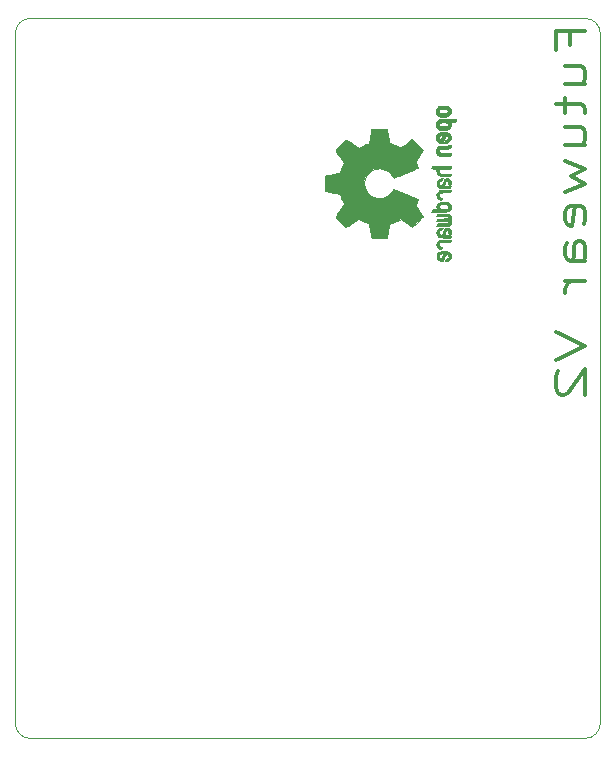
<source format=gbo>
G04 #@! TF.FileFunction,Legend,Bot*
%FSLAX46Y46*%
G04 Gerber Fmt 4.6, Leading zero omitted, Abs format (unit mm)*
G04 Created by KiCad (PCBNEW 4.0.6) date 08/10/17 19:56:54*
%MOMM*%
%LPD*%
G01*
G04 APERTURE LIST*
%ADD10C,0.100000*%
%ADD11C,0.375000*%
%ADD12C,0.010000*%
%ADD13R,1.802000X1.802000*%
%ADD14O,1.802000X1.802000*%
%ADD15R,1.302000X1.802000*%
%ADD16O,1.302000X1.802000*%
%ADD17C,1.552000*%
G04 APERTURE END LIST*
D10*
X118110000Y-59690000D02*
G75*
G03X116840000Y-60960000I0J-1270000D01*
G01*
X116840000Y-119380000D02*
G75*
G03X118110000Y-120650000I1270000J0D01*
G01*
X165100000Y-120650000D02*
G75*
G03X166370000Y-119380000I0J1270000D01*
G01*
X166370000Y-60960000D02*
G75*
G03X165100000Y-59690000I-1270000J0D01*
G01*
X165100000Y-120650000D02*
X118110000Y-120650000D01*
X166370000Y-60960000D02*
X166370000Y-119380000D01*
X118110000Y-59690000D02*
X165100000Y-59690000D01*
X116840000Y-60960000D02*
X116840000Y-119380000D01*
D11*
X163778429Y-61906333D02*
X163778429Y-60739666D01*
X165087952Y-60739666D02*
X162587952Y-60739666D01*
X162587952Y-62406333D01*
X163421286Y-65239666D02*
X165087952Y-65239666D01*
X163421286Y-63739666D02*
X164730810Y-63739666D01*
X164968905Y-63906333D01*
X165087952Y-64239666D01*
X165087952Y-64739666D01*
X164968905Y-65073000D01*
X164849857Y-65239666D01*
X163421286Y-66406333D02*
X163421286Y-67739667D01*
X162587952Y-66906333D02*
X164730810Y-66906333D01*
X164968905Y-67073000D01*
X165087952Y-67406333D01*
X165087952Y-67739667D01*
X163421286Y-70406333D02*
X165087952Y-70406333D01*
X163421286Y-68906333D02*
X164730810Y-68906333D01*
X164968905Y-69073000D01*
X165087952Y-69406333D01*
X165087952Y-69906333D01*
X164968905Y-70239667D01*
X164849857Y-70406333D01*
X163421286Y-71739667D02*
X165087952Y-72406334D01*
X163897476Y-73073000D01*
X165087952Y-73739667D01*
X163421286Y-74406334D01*
X164968905Y-77073001D02*
X165087952Y-76739667D01*
X165087952Y-76073001D01*
X164968905Y-75739667D01*
X164730810Y-75573001D01*
X163778429Y-75573001D01*
X163540333Y-75739667D01*
X163421286Y-76073001D01*
X163421286Y-76739667D01*
X163540333Y-77073001D01*
X163778429Y-77239667D01*
X164016524Y-77239667D01*
X164254619Y-75573001D01*
X165087952Y-80239667D02*
X163778429Y-80239667D01*
X163540333Y-80073001D01*
X163421286Y-79739667D01*
X163421286Y-79073001D01*
X163540333Y-78739667D01*
X164968905Y-80239667D02*
X165087952Y-79906334D01*
X165087952Y-79073001D01*
X164968905Y-78739667D01*
X164730810Y-78573001D01*
X164492714Y-78573001D01*
X164254619Y-78739667D01*
X164135571Y-79073001D01*
X164135571Y-79906334D01*
X164016524Y-80239667D01*
X165087952Y-81906334D02*
X163421286Y-81906334D01*
X163897476Y-81906334D02*
X163659381Y-82073001D01*
X163540333Y-82239668D01*
X163421286Y-82573001D01*
X163421286Y-82906334D01*
X162587952Y-86239668D02*
X165087952Y-87406335D01*
X162587952Y-88573002D01*
X162826048Y-89573002D02*
X162707000Y-89739668D01*
X162587952Y-90073002D01*
X162587952Y-90906335D01*
X162707000Y-91239668D01*
X162826048Y-91406335D01*
X163064143Y-91573002D01*
X163302238Y-91573002D01*
X163659381Y-91406335D01*
X165087952Y-89406335D01*
X165087952Y-91573002D01*
D12*
G36*
X152451903Y-68831900D02*
X152507522Y-68943450D01*
X152609931Y-69041908D01*
X152647864Y-69069023D01*
X152697500Y-69098562D01*
X152751412Y-69117728D01*
X152823364Y-69128693D01*
X152927122Y-69133629D01*
X153064101Y-69134713D01*
X153251815Y-69129818D01*
X153392758Y-69112804D01*
X153497908Y-69080177D01*
X153578243Y-69028442D01*
X153644741Y-68954104D01*
X153648678Y-68948642D01*
X153688953Y-68875380D01*
X153708880Y-68787160D01*
X153713793Y-68674962D01*
X153713793Y-68492567D01*
X153890857Y-68492491D01*
X153989470Y-68490793D01*
X154047314Y-68480450D01*
X154082006Y-68453422D01*
X154111164Y-68401668D01*
X154117121Y-68389239D01*
X154145039Y-68331077D01*
X154162672Y-68286044D01*
X154164194Y-68252559D01*
X154143781Y-68229038D01*
X154095607Y-68213900D01*
X154013846Y-68205563D01*
X153892672Y-68202444D01*
X153726260Y-68202960D01*
X153508785Y-68205529D01*
X153443736Y-68206332D01*
X153219502Y-68209222D01*
X153072821Y-68211812D01*
X153072821Y-68492414D01*
X153197326Y-68493991D01*
X153278787Y-68501000D01*
X153332515Y-68516858D01*
X153373823Y-68544981D01*
X153393971Y-68564075D01*
X153452921Y-68642135D01*
X153457720Y-68711247D01*
X153409038Y-68782560D01*
X153407241Y-68784368D01*
X153369618Y-68813383D01*
X153318484Y-68831033D01*
X153239738Y-68839936D01*
X153119276Y-68842709D01*
X153092588Y-68842759D01*
X152926583Y-68836058D01*
X152811505Y-68814248D01*
X152741254Y-68774765D01*
X152709729Y-68715044D01*
X152706552Y-68680528D01*
X152721460Y-68598611D01*
X152770548Y-68542421D01*
X152860362Y-68508598D01*
X152997445Y-68493780D01*
X153072821Y-68492414D01*
X153072821Y-68211812D01*
X153045952Y-68212287D01*
X152915382Y-68216247D01*
X152820087Y-68221826D01*
X152752364Y-68229746D01*
X152704507Y-68240731D01*
X152668813Y-68255501D01*
X152637578Y-68274782D01*
X152625824Y-68283049D01*
X152514797Y-68392712D01*
X152451847Y-68531365D01*
X152434297Y-68691754D01*
X152451903Y-68831900D01*
X152451903Y-68831900D01*
G37*
X152451903Y-68831900D02*
X152507522Y-68943450D01*
X152609931Y-69041908D01*
X152647864Y-69069023D01*
X152697500Y-69098562D01*
X152751412Y-69117728D01*
X152823364Y-69128693D01*
X152927122Y-69133629D01*
X153064101Y-69134713D01*
X153251815Y-69129818D01*
X153392758Y-69112804D01*
X153497908Y-69080177D01*
X153578243Y-69028442D01*
X153644741Y-68954104D01*
X153648678Y-68948642D01*
X153688953Y-68875380D01*
X153708880Y-68787160D01*
X153713793Y-68674962D01*
X153713793Y-68492567D01*
X153890857Y-68492491D01*
X153989470Y-68490793D01*
X154047314Y-68480450D01*
X154082006Y-68453422D01*
X154111164Y-68401668D01*
X154117121Y-68389239D01*
X154145039Y-68331077D01*
X154162672Y-68286044D01*
X154164194Y-68252559D01*
X154143781Y-68229038D01*
X154095607Y-68213900D01*
X154013846Y-68205563D01*
X153892672Y-68202444D01*
X153726260Y-68202960D01*
X153508785Y-68205529D01*
X153443736Y-68206332D01*
X153219502Y-68209222D01*
X153072821Y-68211812D01*
X153072821Y-68492414D01*
X153197326Y-68493991D01*
X153278787Y-68501000D01*
X153332515Y-68516858D01*
X153373823Y-68544981D01*
X153393971Y-68564075D01*
X153452921Y-68642135D01*
X153457720Y-68711247D01*
X153409038Y-68782560D01*
X153407241Y-68784368D01*
X153369618Y-68813383D01*
X153318484Y-68831033D01*
X153239738Y-68839936D01*
X153119276Y-68842709D01*
X153092588Y-68842759D01*
X152926583Y-68836058D01*
X152811505Y-68814248D01*
X152741254Y-68774765D01*
X152709729Y-68715044D01*
X152706552Y-68680528D01*
X152721460Y-68598611D01*
X152770548Y-68542421D01*
X152860362Y-68508598D01*
X152997445Y-68493780D01*
X153072821Y-68492414D01*
X153072821Y-68211812D01*
X153045952Y-68212287D01*
X152915382Y-68216247D01*
X152820087Y-68221826D01*
X152752364Y-68229746D01*
X152704507Y-68240731D01*
X152668813Y-68255501D01*
X152637578Y-68274782D01*
X152625824Y-68283049D01*
X152514797Y-68392712D01*
X152451847Y-68531365D01*
X152434297Y-68691754D01*
X152451903Y-68831900D01*
G36*
X152467719Y-71077429D02*
X152521914Y-71171123D01*
X152575707Y-71236264D01*
X152632066Y-71283907D01*
X152700987Y-71316728D01*
X152792468Y-71337406D01*
X152916506Y-71348620D01*
X153083098Y-71353049D01*
X153202851Y-71353563D01*
X153643659Y-71353563D01*
X153699283Y-71229483D01*
X153754907Y-71105402D01*
X153272095Y-71090805D01*
X153091779Y-71084773D01*
X152960901Y-71078445D01*
X152870511Y-71070606D01*
X152811664Y-71060037D01*
X152775413Y-71045523D01*
X152752810Y-71025848D01*
X152747917Y-71019535D01*
X152709706Y-70923888D01*
X152724827Y-70827207D01*
X152764943Y-70769655D01*
X152793370Y-70746245D01*
X152830672Y-70730039D01*
X152887223Y-70719741D01*
X152973394Y-70714049D01*
X153099558Y-70711664D01*
X153231042Y-70711264D01*
X153395999Y-70711186D01*
X153512761Y-70708361D01*
X153591510Y-70698907D01*
X153642431Y-70678940D01*
X153675706Y-70644576D01*
X153701520Y-70591932D01*
X153728344Y-70521617D01*
X153757542Y-70444820D01*
X153239346Y-70453962D01*
X153052539Y-70457643D01*
X152914490Y-70461950D01*
X152815568Y-70468123D01*
X152746145Y-70477402D01*
X152696590Y-70491027D01*
X152657273Y-70510239D01*
X152622584Y-70533402D01*
X152511770Y-70645152D01*
X152447689Y-70781513D01*
X152432339Y-70929825D01*
X152467719Y-71077429D01*
X152467719Y-71077429D01*
G37*
X152467719Y-71077429D02*
X152521914Y-71171123D01*
X152575707Y-71236264D01*
X152632066Y-71283907D01*
X152700987Y-71316728D01*
X152792468Y-71337406D01*
X152916506Y-71348620D01*
X153083098Y-71353049D01*
X153202851Y-71353563D01*
X153643659Y-71353563D01*
X153699283Y-71229483D01*
X153754907Y-71105402D01*
X153272095Y-71090805D01*
X153091779Y-71084773D01*
X152960901Y-71078445D01*
X152870511Y-71070606D01*
X152811664Y-71060037D01*
X152775413Y-71045523D01*
X152752810Y-71025848D01*
X152747917Y-71019535D01*
X152709706Y-70923888D01*
X152724827Y-70827207D01*
X152764943Y-70769655D01*
X152793370Y-70746245D01*
X152830672Y-70730039D01*
X152887223Y-70719741D01*
X152973394Y-70714049D01*
X153099558Y-70711664D01*
X153231042Y-70711264D01*
X153395999Y-70711186D01*
X153512761Y-70708361D01*
X153591510Y-70698907D01*
X153642431Y-70678940D01*
X153675706Y-70644576D01*
X153701520Y-70591932D01*
X153728344Y-70521617D01*
X153757542Y-70444820D01*
X153239346Y-70453962D01*
X153052539Y-70457643D01*
X152914490Y-70461950D01*
X152815568Y-70468123D01*
X152746145Y-70477402D01*
X152696590Y-70491027D01*
X152657273Y-70510239D01*
X152622584Y-70533402D01*
X152511770Y-70645152D01*
X152447689Y-70781513D01*
X152432339Y-70929825D01*
X152467719Y-71077429D01*
G36*
X152456015Y-67708221D02*
X152527968Y-67845061D01*
X152643766Y-67946051D01*
X152718213Y-67981925D01*
X152829992Y-68009839D01*
X152971227Y-68024129D01*
X153125371Y-68025484D01*
X153275879Y-68014595D01*
X153406205Y-67992153D01*
X153499803Y-67958850D01*
X153515922Y-67948615D01*
X153636249Y-67827382D01*
X153708317Y-67683387D01*
X153729408Y-67527139D01*
X153696802Y-67369148D01*
X153677253Y-67325180D01*
X153617012Y-67239556D01*
X153537135Y-67164408D01*
X153527004Y-67157306D01*
X153478181Y-67128439D01*
X153425990Y-67109357D01*
X153357285Y-67098084D01*
X153258918Y-67092645D01*
X153117744Y-67091062D01*
X153086092Y-67091035D01*
X153076019Y-67091107D01*
X153076019Y-67382989D01*
X153209256Y-67384687D01*
X153297674Y-67391372D01*
X153354785Y-67405425D01*
X153394102Y-67429229D01*
X153407241Y-67441379D01*
X153457172Y-67511236D01*
X153454895Y-67579059D01*
X153411584Y-67647635D01*
X153365346Y-67688535D01*
X153297857Y-67712758D01*
X153191433Y-67726361D01*
X153179020Y-67727294D01*
X152986147Y-67729616D01*
X152842900Y-67705350D01*
X152750160Y-67654824D01*
X152708807Y-67578368D01*
X152706552Y-67551076D01*
X152717893Y-67479411D01*
X152757184Y-67430390D01*
X152832326Y-67400418D01*
X152951222Y-67385899D01*
X153076019Y-67382989D01*
X153076019Y-67091107D01*
X152935659Y-67092122D01*
X152830549Y-67096688D01*
X152757714Y-67106688D01*
X152704108Y-67124079D01*
X152656681Y-67150816D01*
X152647864Y-67156724D01*
X152529007Y-67256032D01*
X152460008Y-67364242D01*
X152432619Y-67495981D01*
X152431281Y-67540717D01*
X152456015Y-67708221D01*
X152456015Y-67708221D01*
G37*
X152456015Y-67708221D02*
X152527968Y-67845061D01*
X152643766Y-67946051D01*
X152718213Y-67981925D01*
X152829992Y-68009839D01*
X152971227Y-68024129D01*
X153125371Y-68025484D01*
X153275879Y-68014595D01*
X153406205Y-67992153D01*
X153499803Y-67958850D01*
X153515922Y-67948615D01*
X153636249Y-67827382D01*
X153708317Y-67683387D01*
X153729408Y-67527139D01*
X153696802Y-67369148D01*
X153677253Y-67325180D01*
X153617012Y-67239556D01*
X153537135Y-67164408D01*
X153527004Y-67157306D01*
X153478181Y-67128439D01*
X153425990Y-67109357D01*
X153357285Y-67098084D01*
X153258918Y-67092645D01*
X153117744Y-67091062D01*
X153086092Y-67091035D01*
X153076019Y-67091107D01*
X153076019Y-67382989D01*
X153209256Y-67384687D01*
X153297674Y-67391372D01*
X153354785Y-67405425D01*
X153394102Y-67429229D01*
X153407241Y-67441379D01*
X153457172Y-67511236D01*
X153454895Y-67579059D01*
X153411584Y-67647635D01*
X153365346Y-67688535D01*
X153297857Y-67712758D01*
X153191433Y-67726361D01*
X153179020Y-67727294D01*
X152986147Y-67729616D01*
X152842900Y-67705350D01*
X152750160Y-67654824D01*
X152708807Y-67578368D01*
X152706552Y-67551076D01*
X152717893Y-67479411D01*
X152757184Y-67430390D01*
X152832326Y-67400418D01*
X152951222Y-67385899D01*
X153076019Y-67382989D01*
X153076019Y-67091107D01*
X152935659Y-67092122D01*
X152830549Y-67096688D01*
X152757714Y-67106688D01*
X152704108Y-67124079D01*
X152656681Y-67150816D01*
X152647864Y-67156724D01*
X152529007Y-67256032D01*
X152460008Y-67364242D01*
X152432619Y-67495981D01*
X152431281Y-67540717D01*
X152456015Y-67708221D01*
G36*
X152474676Y-69975552D02*
X152552111Y-70090658D01*
X152663949Y-70179611D01*
X152806265Y-70232749D01*
X152911015Y-70243497D01*
X152954726Y-70242276D01*
X152988194Y-70232056D01*
X153018179Y-70203961D01*
X153051440Y-70149116D01*
X153094738Y-70058645D01*
X153154833Y-69923672D01*
X153155134Y-69922989D01*
X153212037Y-69798751D01*
X153262565Y-69696873D01*
X153301280Y-69627767D01*
X153322740Y-69601846D01*
X153322913Y-69601839D01*
X153369644Y-69624685D01*
X153421154Y-69678109D01*
X153458261Y-69739442D01*
X153465632Y-69770515D01*
X153440138Y-69855289D01*
X153376291Y-69928293D01*
X153306094Y-69963913D01*
X153254343Y-69998180D01*
X153195409Y-70065303D01*
X153144496Y-70144208D01*
X153116809Y-70213821D01*
X153115287Y-70228377D01*
X153140321Y-70244763D01*
X153204311Y-70245750D01*
X153290593Y-70233708D01*
X153382501Y-70211007D01*
X153463369Y-70180014D01*
X153466509Y-70178448D01*
X153596734Y-70085181D01*
X153685311Y-69964304D01*
X153728786Y-69827027D01*
X153723706Y-69684560D01*
X153666616Y-69548112D01*
X153662602Y-69542045D01*
X153565326Y-69434710D01*
X153438409Y-69364132D01*
X153271526Y-69325074D01*
X153224639Y-69319832D01*
X153003329Y-69310548D01*
X152900124Y-69321678D01*
X152900124Y-69601839D01*
X152964503Y-69605479D01*
X152983291Y-69625389D01*
X152969235Y-69675026D01*
X152936009Y-69753267D01*
X152894359Y-69840726D01*
X152893256Y-69842899D01*
X152854265Y-69917030D01*
X152828244Y-69946781D01*
X152800965Y-69939445D01*
X152765121Y-69908553D01*
X152713251Y-69829960D01*
X152709439Y-69745323D01*
X152747189Y-69669403D01*
X152820001Y-69616965D01*
X152900124Y-69601839D01*
X152900124Y-69321678D01*
X152826261Y-69329644D01*
X152685829Y-69378634D01*
X152587447Y-69446836D01*
X152488030Y-69569935D01*
X152438711Y-69705528D01*
X152435568Y-69843955D01*
X152474676Y-69975552D01*
X152474676Y-69975552D01*
G37*
X152474676Y-69975552D02*
X152552111Y-70090658D01*
X152663949Y-70179611D01*
X152806265Y-70232749D01*
X152911015Y-70243497D01*
X152954726Y-70242276D01*
X152988194Y-70232056D01*
X153018179Y-70203961D01*
X153051440Y-70149116D01*
X153094738Y-70058645D01*
X153154833Y-69923672D01*
X153155134Y-69922989D01*
X153212037Y-69798751D01*
X153262565Y-69696873D01*
X153301280Y-69627767D01*
X153322740Y-69601846D01*
X153322913Y-69601839D01*
X153369644Y-69624685D01*
X153421154Y-69678109D01*
X153458261Y-69739442D01*
X153465632Y-69770515D01*
X153440138Y-69855289D01*
X153376291Y-69928293D01*
X153306094Y-69963913D01*
X153254343Y-69998180D01*
X153195409Y-70065303D01*
X153144496Y-70144208D01*
X153116809Y-70213821D01*
X153115287Y-70228377D01*
X153140321Y-70244763D01*
X153204311Y-70245750D01*
X153290593Y-70233708D01*
X153382501Y-70211007D01*
X153463369Y-70180014D01*
X153466509Y-70178448D01*
X153596734Y-70085181D01*
X153685311Y-69964304D01*
X153728786Y-69827027D01*
X153723706Y-69684560D01*
X153666616Y-69548112D01*
X153662602Y-69542045D01*
X153565326Y-69434710D01*
X153438409Y-69364132D01*
X153271526Y-69325074D01*
X153224639Y-69319832D01*
X153003329Y-69310548D01*
X152900124Y-69321678D01*
X152900124Y-69601839D01*
X152964503Y-69605479D01*
X152983291Y-69625389D01*
X152969235Y-69675026D01*
X152936009Y-69753267D01*
X152894359Y-69840726D01*
X152893256Y-69842899D01*
X152854265Y-69917030D01*
X152828244Y-69946781D01*
X152800965Y-69939445D01*
X152765121Y-69908553D01*
X152713251Y-69829960D01*
X152709439Y-69745323D01*
X152747189Y-69669403D01*
X152820001Y-69616965D01*
X152900124Y-69601839D01*
X152900124Y-69321678D01*
X152826261Y-69329644D01*
X152685829Y-69378634D01*
X152587447Y-69446836D01*
X152488030Y-69569935D01*
X152438711Y-69705528D01*
X152435568Y-69843955D01*
X152474676Y-69975552D01*
G36*
X152313857Y-72404598D02*
X152433188Y-72413154D01*
X152503506Y-72422981D01*
X152534179Y-72436599D01*
X152534571Y-72456527D01*
X152530910Y-72462989D01*
X152504398Y-72548940D01*
X152505946Y-72660745D01*
X152533199Y-72774414D01*
X152568455Y-72845510D01*
X152624778Y-72918405D01*
X152688519Y-72971693D01*
X152769510Y-73008275D01*
X152877586Y-73031050D01*
X153022580Y-73042919D01*
X153214326Y-73046782D01*
X153251109Y-73046851D01*
X153664288Y-73046897D01*
X153696339Y-72954954D01*
X153718144Y-72889652D01*
X153728297Y-72853824D01*
X153728391Y-72852770D01*
X153700860Y-72849242D01*
X153624923Y-72846239D01*
X153510565Y-72843990D01*
X153367769Y-72842724D01*
X153280951Y-72842529D01*
X153109773Y-72842123D01*
X152987088Y-72840032D01*
X152903000Y-72834947D01*
X152847614Y-72825560D01*
X152811032Y-72810561D01*
X152783359Y-72788642D01*
X152770032Y-72774957D01*
X152716328Y-72680949D01*
X152712307Y-72578364D01*
X152757725Y-72485290D01*
X152774123Y-72468078D01*
X152804957Y-72442832D01*
X152841531Y-72425320D01*
X152894415Y-72414142D01*
X152974177Y-72407896D01*
X153091385Y-72405182D01*
X153252991Y-72404598D01*
X153664288Y-72404598D01*
X153696339Y-72312655D01*
X153718144Y-72247353D01*
X153728297Y-72211525D01*
X153728391Y-72210471D01*
X153700448Y-72207775D01*
X153621630Y-72205345D01*
X153499453Y-72203278D01*
X153341432Y-72201671D01*
X153155083Y-72200623D01*
X152947920Y-72200231D01*
X152938706Y-72200230D01*
X152149020Y-72200230D01*
X152108997Y-72295115D01*
X152068973Y-72390000D01*
X152313857Y-72404598D01*
X152313857Y-72404598D01*
G37*
X152313857Y-72404598D02*
X152433188Y-72413154D01*
X152503506Y-72422981D01*
X152534179Y-72436599D01*
X152534571Y-72456527D01*
X152530910Y-72462989D01*
X152504398Y-72548940D01*
X152505946Y-72660745D01*
X152533199Y-72774414D01*
X152568455Y-72845510D01*
X152624778Y-72918405D01*
X152688519Y-72971693D01*
X152769510Y-73008275D01*
X152877586Y-73031050D01*
X153022580Y-73042919D01*
X153214326Y-73046782D01*
X153251109Y-73046851D01*
X153664288Y-73046897D01*
X153696339Y-72954954D01*
X153718144Y-72889652D01*
X153728297Y-72853824D01*
X153728391Y-72852770D01*
X153700860Y-72849242D01*
X153624923Y-72846239D01*
X153510565Y-72843990D01*
X153367769Y-72842724D01*
X153280951Y-72842529D01*
X153109773Y-72842123D01*
X152987088Y-72840032D01*
X152903000Y-72834947D01*
X152847614Y-72825560D01*
X152811032Y-72810561D01*
X152783359Y-72788642D01*
X152770032Y-72774957D01*
X152716328Y-72680949D01*
X152712307Y-72578364D01*
X152757725Y-72485290D01*
X152774123Y-72468078D01*
X152804957Y-72442832D01*
X152841531Y-72425320D01*
X152894415Y-72414142D01*
X152974177Y-72407896D01*
X153091385Y-72405182D01*
X153252991Y-72404598D01*
X153664288Y-72404598D01*
X153696339Y-72312655D01*
X153718144Y-72247353D01*
X153728297Y-72211525D01*
X153728391Y-72210471D01*
X153700448Y-72207775D01*
X153621630Y-72205345D01*
X153499453Y-72203278D01*
X153341432Y-72201671D01*
X153155083Y-72200623D01*
X152947920Y-72200231D01*
X152938706Y-72200230D01*
X152149020Y-72200230D01*
X152108997Y-72295115D01*
X152068973Y-72390000D01*
X152313857Y-72404598D01*
G36*
X152514360Y-73739944D02*
X152556842Y-73854343D01*
X152557658Y-73855652D01*
X152609730Y-73926403D01*
X152670584Y-73978636D01*
X152749887Y-74015371D01*
X152857309Y-74039634D01*
X153002517Y-74054445D01*
X153195179Y-74062829D01*
X153222628Y-74063564D01*
X153636521Y-74074120D01*
X153682456Y-73985291D01*
X153713498Y-73921018D01*
X153728206Y-73882210D01*
X153728391Y-73880415D01*
X153701250Y-73873700D01*
X153628041Y-73868365D01*
X153521081Y-73865083D01*
X153434469Y-73864368D01*
X153294162Y-73864351D01*
X153206051Y-73857937D01*
X153164025Y-73835580D01*
X153161975Y-73787732D01*
X153193790Y-73704849D01*
X153252272Y-73579713D01*
X153300845Y-73487697D01*
X153342986Y-73440371D01*
X153388916Y-73426458D01*
X153391189Y-73426437D01*
X153470311Y-73449395D01*
X153513055Y-73517370D01*
X153519246Y-73621398D01*
X153518172Y-73696330D01*
X153539753Y-73735839D01*
X153591591Y-73760478D01*
X153657632Y-73774659D01*
X153695104Y-73754223D01*
X153700467Y-73746528D01*
X153722006Y-73674083D01*
X153725055Y-73572633D01*
X153710778Y-73468157D01*
X153684688Y-73394125D01*
X153597785Y-73291772D01*
X153476816Y-73233591D01*
X153382308Y-73222069D01*
X153297062Y-73230862D01*
X153227476Y-73262680D01*
X153165672Y-73325684D01*
X153103772Y-73428031D01*
X153033897Y-73577882D01*
X153029948Y-73587012D01*
X152967588Y-73721997D01*
X152916446Y-73805294D01*
X152870488Y-73840997D01*
X152823683Y-73833203D01*
X152769998Y-73786007D01*
X152757644Y-73771894D01*
X152709741Y-73677359D01*
X152711758Y-73579406D01*
X152758724Y-73494097D01*
X152845669Y-73437496D01*
X152862734Y-73432237D01*
X152945504Y-73381023D01*
X152985372Y-73316037D01*
X153024882Y-73222069D01*
X152922658Y-73222069D01*
X152774072Y-73250653D01*
X152637784Y-73335495D01*
X152592191Y-73379645D01*
X152533674Y-73480005D01*
X152507184Y-73607635D01*
X152514360Y-73739944D01*
X152514360Y-73739944D01*
G37*
X152514360Y-73739944D02*
X152556842Y-73854343D01*
X152557658Y-73855652D01*
X152609730Y-73926403D01*
X152670584Y-73978636D01*
X152749887Y-74015371D01*
X152857309Y-74039634D01*
X153002517Y-74054445D01*
X153195179Y-74062829D01*
X153222628Y-74063564D01*
X153636521Y-74074120D01*
X153682456Y-73985291D01*
X153713498Y-73921018D01*
X153728206Y-73882210D01*
X153728391Y-73880415D01*
X153701250Y-73873700D01*
X153628041Y-73868365D01*
X153521081Y-73865083D01*
X153434469Y-73864368D01*
X153294162Y-73864351D01*
X153206051Y-73857937D01*
X153164025Y-73835580D01*
X153161975Y-73787732D01*
X153193790Y-73704849D01*
X153252272Y-73579713D01*
X153300845Y-73487697D01*
X153342986Y-73440371D01*
X153388916Y-73426458D01*
X153391189Y-73426437D01*
X153470311Y-73449395D01*
X153513055Y-73517370D01*
X153519246Y-73621398D01*
X153518172Y-73696330D01*
X153539753Y-73735839D01*
X153591591Y-73760478D01*
X153657632Y-73774659D01*
X153695104Y-73754223D01*
X153700467Y-73746528D01*
X153722006Y-73674083D01*
X153725055Y-73572633D01*
X153710778Y-73468157D01*
X153684688Y-73394125D01*
X153597785Y-73291772D01*
X153476816Y-73233591D01*
X153382308Y-73222069D01*
X153297062Y-73230862D01*
X153227476Y-73262680D01*
X153165672Y-73325684D01*
X153103772Y-73428031D01*
X153033897Y-73577882D01*
X153029948Y-73587012D01*
X152967588Y-73721997D01*
X152916446Y-73805294D01*
X152870488Y-73840997D01*
X152823683Y-73833203D01*
X152769998Y-73786007D01*
X152757644Y-73771894D01*
X152709741Y-73677359D01*
X152711758Y-73579406D01*
X152758724Y-73494097D01*
X152845669Y-73437496D01*
X152862734Y-73432237D01*
X152945504Y-73381023D01*
X152985372Y-73316037D01*
X153024882Y-73222069D01*
X152922658Y-73222069D01*
X152774072Y-73250653D01*
X152637784Y-73335495D01*
X152592191Y-73379645D01*
X152533674Y-73480005D01*
X152507184Y-73607635D01*
X152514360Y-73739944D01*
G36*
X152511920Y-74725943D02*
X152560859Y-74858565D01*
X152647419Y-74966010D01*
X152708352Y-75008032D01*
X152820161Y-75053843D01*
X152901006Y-75052891D01*
X152955378Y-75004808D01*
X152964624Y-74987017D01*
X152993450Y-74910204D01*
X152986065Y-74870976D01*
X152937658Y-74857689D01*
X152910920Y-74857012D01*
X152812548Y-74832686D01*
X152743734Y-74769281D01*
X152710498Y-74681154D01*
X152718861Y-74582663D01*
X152762296Y-74502602D01*
X152787072Y-74475561D01*
X152817129Y-74456394D01*
X152862565Y-74443446D01*
X152933476Y-74435064D01*
X153039960Y-74429593D01*
X153192112Y-74425378D01*
X153240287Y-74424287D01*
X153405095Y-74420307D01*
X153521088Y-74415781D01*
X153597833Y-74408995D01*
X153644893Y-74398231D01*
X153671835Y-74381773D01*
X153688223Y-74357906D01*
X153695463Y-74342626D01*
X153720220Y-74277733D01*
X153728391Y-74239534D01*
X153701103Y-74226912D01*
X153618603Y-74219208D01*
X153479941Y-74216380D01*
X153284162Y-74218386D01*
X153253965Y-74219011D01*
X153075349Y-74223421D01*
X152944923Y-74228635D01*
X152852492Y-74236055D01*
X152787858Y-74247082D01*
X152740825Y-74263117D01*
X152701196Y-74285561D01*
X152684215Y-74297302D01*
X152609080Y-74364619D01*
X152550638Y-74439910D01*
X152545536Y-74449128D01*
X152505260Y-74584133D01*
X152511920Y-74725943D01*
X152511920Y-74725943D01*
G37*
X152511920Y-74725943D02*
X152560859Y-74858565D01*
X152647419Y-74966010D01*
X152708352Y-75008032D01*
X152820161Y-75053843D01*
X152901006Y-75052891D01*
X152955378Y-75004808D01*
X152964624Y-74987017D01*
X152993450Y-74910204D01*
X152986065Y-74870976D01*
X152937658Y-74857689D01*
X152910920Y-74857012D01*
X152812548Y-74832686D01*
X152743734Y-74769281D01*
X152710498Y-74681154D01*
X152718861Y-74582663D01*
X152762296Y-74502602D01*
X152787072Y-74475561D01*
X152817129Y-74456394D01*
X152862565Y-74443446D01*
X152933476Y-74435064D01*
X153039960Y-74429593D01*
X153192112Y-74425378D01*
X153240287Y-74424287D01*
X153405095Y-74420307D01*
X153521088Y-74415781D01*
X153597833Y-74408995D01*
X153644893Y-74398231D01*
X153671835Y-74381773D01*
X153688223Y-74357906D01*
X153695463Y-74342626D01*
X153720220Y-74277733D01*
X153728391Y-74239534D01*
X153701103Y-74226912D01*
X153618603Y-74219208D01*
X153479941Y-74216380D01*
X153284162Y-74218386D01*
X153253965Y-74219011D01*
X153075349Y-74223421D01*
X152944923Y-74228635D01*
X152852492Y-74236055D01*
X152787858Y-74247082D01*
X152740825Y-74263117D01*
X152701196Y-74285561D01*
X152684215Y-74297302D01*
X152609080Y-74364619D01*
X152550638Y-74439910D01*
X152545536Y-74449128D01*
X152505260Y-74584133D01*
X152511920Y-74725943D01*
G36*
X152744455Y-76053914D02*
X152962661Y-76053543D01*
X153130519Y-76052108D01*
X153256070Y-76049002D01*
X153347355Y-76043622D01*
X153412415Y-76035362D01*
X153459291Y-76023616D01*
X153496024Y-76007781D01*
X153516991Y-75995790D01*
X153630694Y-75896490D01*
X153701965Y-75770588D01*
X153727538Y-75631291D01*
X153704150Y-75491805D01*
X153662119Y-75408743D01*
X153589411Y-75321545D01*
X153500612Y-75262117D01*
X153384320Y-75226261D01*
X153229135Y-75209781D01*
X153115287Y-75207447D01*
X153107106Y-75207761D01*
X153107106Y-75411724D01*
X153237657Y-75412970D01*
X153324080Y-75418678D01*
X153380618Y-75431804D01*
X153421514Y-75455306D01*
X153452362Y-75483386D01*
X153511905Y-75577688D01*
X153516992Y-75678940D01*
X153467279Y-75774636D01*
X153460543Y-75782084D01*
X153425502Y-75813874D01*
X153383811Y-75833808D01*
X153321762Y-75844600D01*
X153225644Y-75848965D01*
X153119379Y-75849655D01*
X152985880Y-75848159D01*
X152896822Y-75841964D01*
X152838293Y-75828514D01*
X152796382Y-75805251D01*
X152774123Y-75786175D01*
X152717985Y-75697563D01*
X152711235Y-75595508D01*
X152754114Y-75498095D01*
X152770032Y-75479296D01*
X152805382Y-75447293D01*
X152847502Y-75427318D01*
X152910251Y-75416593D01*
X153007487Y-75412339D01*
X153107106Y-75411724D01*
X153107106Y-75207761D01*
X152931947Y-75214504D01*
X152794195Y-75238472D01*
X152690632Y-75283548D01*
X152609856Y-75353928D01*
X152568455Y-75408743D01*
X152523728Y-75508376D01*
X152502967Y-75623855D01*
X152508525Y-75731199D01*
X152530943Y-75791264D01*
X152537323Y-75814835D01*
X152513535Y-75830477D01*
X152449788Y-75841395D01*
X152352687Y-75849655D01*
X152244541Y-75858699D01*
X152179475Y-75871261D01*
X152142268Y-75894119D01*
X152117699Y-75934051D01*
X152106819Y-75959138D01*
X152067072Y-76054023D01*
X152744455Y-76053914D01*
X152744455Y-76053914D01*
G37*
X152744455Y-76053914D02*
X152962661Y-76053543D01*
X153130519Y-76052108D01*
X153256070Y-76049002D01*
X153347355Y-76043622D01*
X153412415Y-76035362D01*
X153459291Y-76023616D01*
X153496024Y-76007781D01*
X153516991Y-75995790D01*
X153630694Y-75896490D01*
X153701965Y-75770588D01*
X153727538Y-75631291D01*
X153704150Y-75491805D01*
X153662119Y-75408743D01*
X153589411Y-75321545D01*
X153500612Y-75262117D01*
X153384320Y-75226261D01*
X153229135Y-75209781D01*
X153115287Y-75207447D01*
X153107106Y-75207761D01*
X153107106Y-75411724D01*
X153237657Y-75412970D01*
X153324080Y-75418678D01*
X153380618Y-75431804D01*
X153421514Y-75455306D01*
X153452362Y-75483386D01*
X153511905Y-75577688D01*
X153516992Y-75678940D01*
X153467279Y-75774636D01*
X153460543Y-75782084D01*
X153425502Y-75813874D01*
X153383811Y-75833808D01*
X153321762Y-75844600D01*
X153225644Y-75848965D01*
X153119379Y-75849655D01*
X152985880Y-75848159D01*
X152896822Y-75841964D01*
X152838293Y-75828514D01*
X152796382Y-75805251D01*
X152774123Y-75786175D01*
X152717985Y-75697563D01*
X152711235Y-75595508D01*
X152754114Y-75498095D01*
X152770032Y-75479296D01*
X152805382Y-75447293D01*
X152847502Y-75427318D01*
X152910251Y-75416593D01*
X153007487Y-75412339D01*
X153107106Y-75411724D01*
X153107106Y-75207761D01*
X152931947Y-75214504D01*
X152794195Y-75238472D01*
X152690632Y-75283548D01*
X152609856Y-75353928D01*
X152568455Y-75408743D01*
X152523728Y-75508376D01*
X152502967Y-75623855D01*
X152508525Y-75731199D01*
X152530943Y-75791264D01*
X152537323Y-75814835D01*
X152513535Y-75830477D01*
X152449788Y-75841395D01*
X152352687Y-75849655D01*
X152244541Y-75858699D01*
X152179475Y-75871261D01*
X152142268Y-75894119D01*
X152117699Y-75934051D01*
X152106819Y-75959138D01*
X152067072Y-76054023D01*
X152744455Y-76053914D01*
G36*
X152529840Y-77240124D02*
X152606653Y-77244579D01*
X152723391Y-77248071D01*
X152870821Y-77250315D01*
X153025455Y-77251035D01*
X153548727Y-77251035D01*
X153641117Y-77158645D01*
X153698047Y-77094978D01*
X153721107Y-77039089D01*
X153719647Y-76962702D01*
X153715934Y-76932380D01*
X153705126Y-76837610D01*
X153698933Y-76759222D01*
X153698361Y-76740115D01*
X153702102Y-76675699D01*
X153711494Y-76583571D01*
X153715934Y-76547850D01*
X153722801Y-76460114D01*
X153707885Y-76401153D01*
X153661835Y-76342690D01*
X153641117Y-76321585D01*
X153548727Y-76229195D01*
X152569947Y-76229195D01*
X152536066Y-76303558D01*
X152510970Y-76367590D01*
X152502184Y-76405052D01*
X152529950Y-76414657D01*
X152607530Y-76423635D01*
X152726348Y-76431386D01*
X152877828Y-76437314D01*
X153005805Y-76440173D01*
X153509425Y-76448161D01*
X153519278Y-76517848D01*
X153512389Y-76581229D01*
X153490083Y-76612286D01*
X153448379Y-76620967D01*
X153359544Y-76628378D01*
X153234834Y-76633931D01*
X153085507Y-76637036D01*
X153008661Y-76637484D01*
X152566287Y-76637931D01*
X152534235Y-76729874D01*
X152512443Y-76794949D01*
X152502281Y-76830347D01*
X152502184Y-76831368D01*
X152529809Y-76834920D01*
X152606411Y-76838823D01*
X152722579Y-76842751D01*
X152868904Y-76846376D01*
X153005805Y-76848908D01*
X153509425Y-76856897D01*
X153509425Y-77032069D01*
X153049965Y-77040107D01*
X152590505Y-77048146D01*
X152546344Y-77133543D01*
X152516019Y-77196593D01*
X152502258Y-77233910D01*
X152502184Y-77234987D01*
X152529840Y-77240124D01*
X152529840Y-77240124D01*
G37*
X152529840Y-77240124D02*
X152606653Y-77244579D01*
X152723391Y-77248071D01*
X152870821Y-77250315D01*
X153025455Y-77251035D01*
X153548727Y-77251035D01*
X153641117Y-77158645D01*
X153698047Y-77094978D01*
X153721107Y-77039089D01*
X153719647Y-76962702D01*
X153715934Y-76932380D01*
X153705126Y-76837610D01*
X153698933Y-76759222D01*
X153698361Y-76740115D01*
X153702102Y-76675699D01*
X153711494Y-76583571D01*
X153715934Y-76547850D01*
X153722801Y-76460114D01*
X153707885Y-76401153D01*
X153661835Y-76342690D01*
X153641117Y-76321585D01*
X153548727Y-76229195D01*
X152569947Y-76229195D01*
X152536066Y-76303558D01*
X152510970Y-76367590D01*
X152502184Y-76405052D01*
X152529950Y-76414657D01*
X152607530Y-76423635D01*
X152726348Y-76431386D01*
X152877828Y-76437314D01*
X153005805Y-76440173D01*
X153509425Y-76448161D01*
X153519278Y-76517848D01*
X153512389Y-76581229D01*
X153490083Y-76612286D01*
X153448379Y-76620967D01*
X153359544Y-76628378D01*
X153234834Y-76633931D01*
X153085507Y-76637036D01*
X153008661Y-76637484D01*
X152566287Y-76637931D01*
X152534235Y-76729874D01*
X152512443Y-76794949D01*
X152502281Y-76830347D01*
X152502184Y-76831368D01*
X152529809Y-76834920D01*
X152606411Y-76838823D01*
X152722579Y-76842751D01*
X152868904Y-76846376D01*
X153005805Y-76848908D01*
X153509425Y-76856897D01*
X153509425Y-77032069D01*
X153049965Y-77040107D01*
X152590505Y-77048146D01*
X152546344Y-77133543D01*
X152516019Y-77196593D01*
X152502258Y-77233910D01*
X152502184Y-77234987D01*
X152529840Y-77240124D01*
G36*
X152525156Y-77974406D02*
X152563393Y-78058469D01*
X152609726Y-78124450D01*
X152661532Y-78172794D01*
X152728363Y-78206172D01*
X152819769Y-78227253D01*
X152945301Y-78238707D01*
X153114508Y-78243203D01*
X153225933Y-78243678D01*
X153660627Y-78243678D01*
X153694509Y-78169316D01*
X153719272Y-78110746D01*
X153728391Y-78081730D01*
X153701257Y-78076179D01*
X153628094Y-78071775D01*
X153521263Y-78069078D01*
X153436437Y-78068506D01*
X153313887Y-78066046D01*
X153216668Y-78059412D01*
X153157134Y-78049726D01*
X153144483Y-78042032D01*
X153157402Y-77990311D01*
X153190539Y-77909117D01*
X153235461Y-77815102D01*
X153283735Y-77724917D01*
X153326928Y-77655215D01*
X153356608Y-77622648D01*
X153356929Y-77622519D01*
X153411857Y-77625320D01*
X153464292Y-77650439D01*
X153506881Y-77694541D01*
X153521126Y-77758909D01*
X153519466Y-77813921D01*
X153518245Y-77891835D01*
X153536498Y-77932732D01*
X153584726Y-77957295D01*
X153593820Y-77960392D01*
X153662598Y-77971040D01*
X153704360Y-77942565D01*
X153724263Y-77868344D01*
X153727944Y-77788168D01*
X153700658Y-77643890D01*
X153661690Y-77569203D01*
X153570148Y-77476963D01*
X153457782Y-77428043D01*
X153339051Y-77423654D01*
X153228411Y-77465001D01*
X153159080Y-77527197D01*
X153120265Y-77589294D01*
X153071125Y-77686895D01*
X153021292Y-77800632D01*
X153013677Y-77819590D01*
X152958545Y-77944521D01*
X152909954Y-78016539D01*
X152861647Y-78039700D01*
X152807370Y-78018064D01*
X152764943Y-77980920D01*
X152712702Y-77893127D01*
X152708784Y-77796530D01*
X152749041Y-77707944D01*
X152829326Y-77644186D01*
X152850040Y-77635817D01*
X152926225Y-77587096D01*
X152982785Y-77515965D01*
X153029201Y-77426207D01*
X152897584Y-77426207D01*
X152817168Y-77431490D01*
X152753786Y-77454142D01*
X152686163Y-77504367D01*
X152634076Y-77552582D01*
X152560322Y-77627554D01*
X152520702Y-77685806D01*
X152504810Y-77748372D01*
X152502184Y-77819193D01*
X152525156Y-77974406D01*
X152525156Y-77974406D01*
G37*
X152525156Y-77974406D02*
X152563393Y-78058469D01*
X152609726Y-78124450D01*
X152661532Y-78172794D01*
X152728363Y-78206172D01*
X152819769Y-78227253D01*
X152945301Y-78238707D01*
X153114508Y-78243203D01*
X153225933Y-78243678D01*
X153660627Y-78243678D01*
X153694509Y-78169316D01*
X153719272Y-78110746D01*
X153728391Y-78081730D01*
X153701257Y-78076179D01*
X153628094Y-78071775D01*
X153521263Y-78069078D01*
X153436437Y-78068506D01*
X153313887Y-78066046D01*
X153216668Y-78059412D01*
X153157134Y-78049726D01*
X153144483Y-78042032D01*
X153157402Y-77990311D01*
X153190539Y-77909117D01*
X153235461Y-77815102D01*
X153283735Y-77724917D01*
X153326928Y-77655215D01*
X153356608Y-77622648D01*
X153356929Y-77622519D01*
X153411857Y-77625320D01*
X153464292Y-77650439D01*
X153506881Y-77694541D01*
X153521126Y-77758909D01*
X153519466Y-77813921D01*
X153518245Y-77891835D01*
X153536498Y-77932732D01*
X153584726Y-77957295D01*
X153593820Y-77960392D01*
X153662598Y-77971040D01*
X153704360Y-77942565D01*
X153724263Y-77868344D01*
X153727944Y-77788168D01*
X153700658Y-77643890D01*
X153661690Y-77569203D01*
X153570148Y-77476963D01*
X153457782Y-77428043D01*
X153339051Y-77423654D01*
X153228411Y-77465001D01*
X153159080Y-77527197D01*
X153120265Y-77589294D01*
X153071125Y-77686895D01*
X153021292Y-77800632D01*
X153013677Y-77819590D01*
X152958545Y-77944521D01*
X152909954Y-78016539D01*
X152861647Y-78039700D01*
X152807370Y-78018064D01*
X152764943Y-77980920D01*
X152712702Y-77893127D01*
X152708784Y-77796530D01*
X152749041Y-77707944D01*
X152829326Y-77644186D01*
X152850040Y-77635817D01*
X152926225Y-77587096D01*
X152982785Y-77515965D01*
X153029201Y-77426207D01*
X152897584Y-77426207D01*
X152817168Y-77431490D01*
X152753786Y-77454142D01*
X152686163Y-77504367D01*
X152634076Y-77552582D01*
X152560322Y-77627554D01*
X152520702Y-77685806D01*
X152504810Y-77748372D01*
X152502184Y-77819193D01*
X152525156Y-77974406D01*
G36*
X152530018Y-78995690D02*
X152545269Y-79030585D01*
X152611235Y-79113877D01*
X152706618Y-79185103D01*
X152808406Y-79229153D01*
X152858587Y-79236322D01*
X152928647Y-79212285D01*
X152965717Y-79159561D01*
X152988164Y-79103031D01*
X152992300Y-79077146D01*
X152962283Y-79064542D01*
X152896961Y-79039654D01*
X152867445Y-79028735D01*
X152765348Y-78967508D01*
X152714423Y-78878861D01*
X152715989Y-78765193D01*
X152717994Y-78756774D01*
X152746767Y-78696088D01*
X152802859Y-78651474D01*
X152893163Y-78621002D01*
X153024571Y-78602744D01*
X153203974Y-78594771D01*
X153299433Y-78594023D01*
X153449913Y-78593652D01*
X153552495Y-78591223D01*
X153617672Y-78584760D01*
X153655938Y-78572288D01*
X153677785Y-78551833D01*
X153693707Y-78521419D01*
X153694509Y-78519661D01*
X153719272Y-78461091D01*
X153728391Y-78432075D01*
X153700822Y-78427616D01*
X153624620Y-78423799D01*
X153509541Y-78420899D01*
X153365341Y-78419191D01*
X153259814Y-78418851D01*
X153055613Y-78420588D01*
X152900697Y-78427382D01*
X152786024Y-78441607D01*
X152702551Y-78465638D01*
X152641236Y-78501848D01*
X152593034Y-78552612D01*
X152559393Y-78602739D01*
X152514619Y-78723275D01*
X152504521Y-78863557D01*
X152530018Y-78995690D01*
X152530018Y-78995690D01*
G37*
X152530018Y-78995690D02*
X152545269Y-79030585D01*
X152611235Y-79113877D01*
X152706618Y-79185103D01*
X152808406Y-79229153D01*
X152858587Y-79236322D01*
X152928647Y-79212285D01*
X152965717Y-79159561D01*
X152988164Y-79103031D01*
X152992300Y-79077146D01*
X152962283Y-79064542D01*
X152896961Y-79039654D01*
X152867445Y-79028735D01*
X152765348Y-78967508D01*
X152714423Y-78878861D01*
X152715989Y-78765193D01*
X152717994Y-78756774D01*
X152746767Y-78696088D01*
X152802859Y-78651474D01*
X152893163Y-78621002D01*
X153024571Y-78602744D01*
X153203974Y-78594771D01*
X153299433Y-78594023D01*
X153449913Y-78593652D01*
X153552495Y-78591223D01*
X153617672Y-78584760D01*
X153655938Y-78572288D01*
X153677785Y-78551833D01*
X153693707Y-78521419D01*
X153694509Y-78519661D01*
X153719272Y-78461091D01*
X153728391Y-78432075D01*
X153700822Y-78427616D01*
X153624620Y-78423799D01*
X153509541Y-78420899D01*
X153365341Y-78419191D01*
X153259814Y-78418851D01*
X153055613Y-78420588D01*
X152900697Y-78427382D01*
X152786024Y-78441607D01*
X152702551Y-78465638D01*
X152641236Y-78501848D01*
X152593034Y-78552612D01*
X152559393Y-78602739D01*
X152514619Y-78723275D01*
X152504521Y-78863557D01*
X152530018Y-78995690D01*
G36*
X152546540Y-80003439D02*
X152622034Y-80118950D01*
X152689617Y-80174664D01*
X152812255Y-80218804D01*
X152909298Y-80222309D01*
X153039056Y-80214368D01*
X153170039Y-79915115D01*
X153236958Y-79769611D01*
X153290790Y-79674537D01*
X153337416Y-79625101D01*
X153382720Y-79616511D01*
X153432582Y-79643972D01*
X153465632Y-79674253D01*
X153518633Y-79762363D01*
X153522347Y-79858196D01*
X153481041Y-79946212D01*
X153398983Y-80010869D01*
X153370008Y-80022433D01*
X153279509Y-80077825D01*
X153240940Y-80141553D01*
X153207946Y-80228966D01*
X153333034Y-80228966D01*
X153418156Y-80221238D01*
X153489938Y-80190966D01*
X153572356Y-80127518D01*
X153583066Y-80118088D01*
X153656391Y-80047513D01*
X153695742Y-79986847D01*
X153713845Y-79910950D01*
X153719774Y-79848030D01*
X153721251Y-79735487D01*
X153702535Y-79655370D01*
X153674747Y-79605390D01*
X153613641Y-79526838D01*
X153547554Y-79472463D01*
X153464441Y-79438052D01*
X153352254Y-79419388D01*
X153198946Y-79412256D01*
X153121136Y-79411687D01*
X153027853Y-79413622D01*
X153027853Y-79589899D01*
X153077896Y-79591944D01*
X153086092Y-79597039D01*
X153074958Y-79630666D01*
X153045493Y-79703030D01*
X153003601Y-79799747D01*
X152994597Y-79819973D01*
X152932442Y-79942203D01*
X152877815Y-80009547D01*
X152826649Y-80024348D01*
X152774876Y-79988947D01*
X152752000Y-79959711D01*
X152706250Y-79854216D01*
X152713808Y-79755476D01*
X152769651Y-79672812D01*
X152868753Y-79615548D01*
X152947414Y-79597188D01*
X153027853Y-79589899D01*
X153027853Y-79413622D01*
X152939351Y-79415459D01*
X152804853Y-79429359D01*
X152706916Y-79456894D01*
X152634811Y-79501572D01*
X152577813Y-79566901D01*
X152559393Y-79595383D01*
X152511422Y-79724763D01*
X152508403Y-79866412D01*
X152546540Y-80003439D01*
X152546540Y-80003439D01*
G37*
X152546540Y-80003439D02*
X152622034Y-80118950D01*
X152689617Y-80174664D01*
X152812255Y-80218804D01*
X152909298Y-80222309D01*
X153039056Y-80214368D01*
X153170039Y-79915115D01*
X153236958Y-79769611D01*
X153290790Y-79674537D01*
X153337416Y-79625101D01*
X153382720Y-79616511D01*
X153432582Y-79643972D01*
X153465632Y-79674253D01*
X153518633Y-79762363D01*
X153522347Y-79858196D01*
X153481041Y-79946212D01*
X153398983Y-80010869D01*
X153370008Y-80022433D01*
X153279509Y-80077825D01*
X153240940Y-80141553D01*
X153207946Y-80228966D01*
X153333034Y-80228966D01*
X153418156Y-80221238D01*
X153489938Y-80190966D01*
X153572356Y-80127518D01*
X153583066Y-80118088D01*
X153656391Y-80047513D01*
X153695742Y-79986847D01*
X153713845Y-79910950D01*
X153719774Y-79848030D01*
X153721251Y-79735487D01*
X153702535Y-79655370D01*
X153674747Y-79605390D01*
X153613641Y-79526838D01*
X153547554Y-79472463D01*
X153464441Y-79438052D01*
X153352254Y-79419388D01*
X153198946Y-79412256D01*
X153121136Y-79411687D01*
X153027853Y-79413622D01*
X153027853Y-79589899D01*
X153077896Y-79591944D01*
X153086092Y-79597039D01*
X153074958Y-79630666D01*
X153045493Y-79703030D01*
X153003601Y-79799747D01*
X152994597Y-79819973D01*
X152932442Y-79942203D01*
X152877815Y-80009547D01*
X152826649Y-80024348D01*
X152774876Y-79988947D01*
X152752000Y-79959711D01*
X152706250Y-79854216D01*
X152713808Y-79755476D01*
X152769651Y-79672812D01*
X152868753Y-79615548D01*
X152947414Y-79597188D01*
X153027853Y-79589899D01*
X153027853Y-79413622D01*
X152939351Y-79415459D01*
X152804853Y-79429359D01*
X152706916Y-79456894D01*
X152634811Y-79501572D01*
X152577813Y-79566901D01*
X152559393Y-79595383D01*
X152511422Y-79724763D01*
X152508403Y-79866412D01*
X152546540Y-80003439D01*
G36*
X143042998Y-73869014D02*
X143043863Y-74027006D01*
X143046205Y-74141347D01*
X143050762Y-74219407D01*
X143058270Y-74268554D01*
X143069466Y-74296159D01*
X143085088Y-74309592D01*
X143105873Y-74316221D01*
X143108563Y-74316865D01*
X143157113Y-74326935D01*
X143252905Y-74345575D01*
X143385743Y-74370845D01*
X143545431Y-74400807D01*
X143721774Y-74433522D01*
X143727967Y-74434664D01*
X143900782Y-74467433D01*
X144053469Y-74498093D01*
X144176871Y-74524664D01*
X144261831Y-74545167D01*
X144299190Y-74557626D01*
X144299852Y-74558220D01*
X144318095Y-74594919D01*
X144348497Y-74670586D01*
X144384493Y-74768878D01*
X144384685Y-74769425D01*
X144431222Y-74893233D01*
X144490504Y-75039196D01*
X144550109Y-75176781D01*
X144553056Y-75183293D01*
X144654765Y-75407390D01*
X144315897Y-75903619D01*
X144212592Y-76055846D01*
X144120237Y-76193741D01*
X144044084Y-76309315D01*
X143989385Y-76394579D01*
X143961393Y-76441544D01*
X143959317Y-76446004D01*
X143968560Y-76480134D01*
X144013156Y-76543881D01*
X144095209Y-76639731D01*
X144216821Y-76770169D01*
X144346205Y-76903328D01*
X144473702Y-77031694D01*
X144590046Y-77146581D01*
X144688052Y-77241073D01*
X144760536Y-77308253D01*
X144800313Y-77341206D01*
X144802361Y-77342432D01*
X144829656Y-77346074D01*
X144874234Y-77332350D01*
X144942112Y-77297869D01*
X145039311Y-77239239D01*
X145171851Y-77153070D01*
X145342476Y-77038200D01*
X145492655Y-76936254D01*
X145627350Y-76845123D01*
X145738740Y-76770073D01*
X145819005Y-76716369D01*
X145860325Y-76689280D01*
X145863130Y-76687574D01*
X145902721Y-76690882D01*
X145979669Y-76715953D01*
X146079432Y-76757798D01*
X146111291Y-76772712D01*
X146253226Y-76837786D01*
X146414273Y-76907212D01*
X146553621Y-76963609D01*
X146657044Y-77004247D01*
X146735642Y-77036526D01*
X146776720Y-77055178D01*
X146779885Y-77057497D01*
X146785128Y-77091803D01*
X146799494Y-77172669D01*
X146820937Y-77289343D01*
X146847413Y-77431075D01*
X146876877Y-77587110D01*
X146907283Y-77746698D01*
X146936588Y-77899085D01*
X146962745Y-78033521D01*
X146983710Y-78139252D01*
X146997439Y-78205526D01*
X147001320Y-78221782D01*
X147010900Y-78238573D01*
X147032536Y-78251249D01*
X147073531Y-78260378D01*
X147141189Y-78266531D01*
X147242812Y-78270280D01*
X147385703Y-78272192D01*
X147577165Y-78272840D01*
X147655645Y-78272874D01*
X148293906Y-78272874D01*
X148324160Y-78119598D01*
X148340564Y-78034322D01*
X148364509Y-77907070D01*
X148393107Y-77753315D01*
X148423467Y-77588534D01*
X148431806Y-77542989D01*
X148461370Y-77390932D01*
X148490442Y-77258468D01*
X148516329Y-77156714D01*
X148536337Y-77096788D01*
X148542301Y-77086805D01*
X148584534Y-77062293D01*
X148666370Y-77027148D01*
X148771683Y-76988173D01*
X148794368Y-76980442D01*
X148935018Y-76929360D01*
X149093714Y-76865954D01*
X149236225Y-76803904D01*
X149236886Y-76803598D01*
X149460440Y-76700267D01*
X150460232Y-77379961D01*
X150897300Y-76943621D01*
X151027381Y-76811649D01*
X151142048Y-76691279D01*
X151235181Y-76589273D01*
X151300658Y-76512391D01*
X151332357Y-76467393D01*
X151334368Y-76460938D01*
X151318529Y-76423040D01*
X151274496Y-76345708D01*
X151207490Y-76237389D01*
X151122734Y-76106532D01*
X151027816Y-75965052D01*
X150930998Y-75821461D01*
X150846751Y-75693435D01*
X150780258Y-75589105D01*
X150736702Y-75516600D01*
X150721264Y-75484158D01*
X150734328Y-75444576D01*
X150768750Y-75369519D01*
X150817380Y-75274468D01*
X150822785Y-75264392D01*
X150886980Y-75136391D01*
X150918463Y-75048618D01*
X150918798Y-74994028D01*
X150889548Y-74965575D01*
X150889138Y-74965410D01*
X150854498Y-74951188D01*
X150772269Y-74917269D01*
X150648814Y-74866284D01*
X150490498Y-74800862D01*
X150303686Y-74723634D01*
X150094742Y-74637229D01*
X149892446Y-74553551D01*
X149669200Y-74461588D01*
X149462392Y-74377150D01*
X149278362Y-74302769D01*
X149123451Y-74240974D01*
X149003996Y-74194297D01*
X148926339Y-74165268D01*
X148897356Y-74156322D01*
X148864110Y-74178756D01*
X148811123Y-74237439D01*
X148752704Y-74315689D01*
X148567952Y-74538534D01*
X148356182Y-74712718D01*
X148121856Y-74836154D01*
X147869434Y-74906754D01*
X147603377Y-74922431D01*
X147480575Y-74911036D01*
X147225793Y-74848950D01*
X147000801Y-74742023D01*
X146807817Y-74596889D01*
X146649061Y-74420178D01*
X146526750Y-74218522D01*
X146443105Y-73998554D01*
X146400344Y-73766906D01*
X146400687Y-73530209D01*
X146446352Y-73295095D01*
X146539559Y-73068196D01*
X146682527Y-72856144D01*
X146763383Y-72767636D01*
X146971007Y-72597889D01*
X147197895Y-72479699D01*
X147437433Y-72412278D01*
X147683007Y-72394840D01*
X147928003Y-72426598D01*
X148165808Y-72506765D01*
X148389807Y-72634555D01*
X148593387Y-72809180D01*
X148752704Y-73004312D01*
X148813602Y-73085591D01*
X148866015Y-73143009D01*
X148897406Y-73163678D01*
X148931639Y-73152856D01*
X149013419Y-73122077D01*
X149136407Y-73073874D01*
X149294263Y-73010778D01*
X149480649Y-72935322D01*
X149689226Y-72850038D01*
X149892496Y-72766219D01*
X150115933Y-72673745D01*
X150322984Y-72588089D01*
X150507286Y-72511882D01*
X150662475Y-72447753D01*
X150782188Y-72398332D01*
X150860061Y-72366248D01*
X150889138Y-72354359D01*
X150918677Y-72326274D01*
X150918591Y-72271949D01*
X150887326Y-72184395D01*
X150823329Y-72056619D01*
X150822785Y-72055608D01*
X150773121Y-71959402D01*
X150736945Y-71881631D01*
X150721408Y-71837777D01*
X150721264Y-71835842D01*
X150737024Y-71802829D01*
X150780850Y-71729946D01*
X150847557Y-71625322D01*
X150931964Y-71497090D01*
X151027816Y-71354948D01*
X151124867Y-71210233D01*
X151209270Y-71079804D01*
X151275801Y-70972110D01*
X151319238Y-70895598D01*
X151334368Y-70859062D01*
X151314482Y-70825418D01*
X151258903Y-70757776D01*
X151173754Y-70662893D01*
X151065153Y-70547530D01*
X150939221Y-70418445D01*
X150897149Y-70376229D01*
X150459931Y-69939739D01*
X149972340Y-70271977D01*
X149822605Y-70372946D01*
X149688220Y-70461562D01*
X149576969Y-70532854D01*
X149496639Y-70581850D01*
X149455014Y-70603578D01*
X149452053Y-70604215D01*
X149412818Y-70592760D01*
X149333895Y-70561949D01*
X149228509Y-70517116D01*
X149157954Y-70485647D01*
X149022876Y-70426808D01*
X148886409Y-70371396D01*
X148771103Y-70328436D01*
X148735977Y-70316766D01*
X148642174Y-70283611D01*
X148569694Y-70251201D01*
X148542301Y-70233399D01*
X148525536Y-70194114D01*
X148501770Y-70108374D01*
X148473697Y-69987303D01*
X148444009Y-69842027D01*
X148431806Y-69777012D01*
X148401468Y-69611913D01*
X148372093Y-69453552D01*
X148346569Y-69317404D01*
X148327785Y-69218943D01*
X148324160Y-69200402D01*
X148293906Y-69047127D01*
X147655645Y-69047127D01*
X147445770Y-69047471D01*
X147286980Y-69048884D01*
X147171973Y-69051936D01*
X147093446Y-69057197D01*
X147044096Y-69065237D01*
X147016619Y-69076627D01*
X147003713Y-69091937D01*
X147001320Y-69098218D01*
X146992833Y-69136104D01*
X146975900Y-69219805D01*
X146952566Y-69338567D01*
X146924875Y-69481639D01*
X146894873Y-69638268D01*
X146864604Y-69797703D01*
X146836115Y-69949191D01*
X146811449Y-70081981D01*
X146792651Y-70185319D01*
X146781767Y-70248455D01*
X146779885Y-70262503D01*
X146754704Y-70275230D01*
X146687622Y-70303400D01*
X146591333Y-70341748D01*
X146553621Y-70356391D01*
X146407921Y-70415452D01*
X146246951Y-70485000D01*
X146111291Y-70547288D01*
X146007561Y-70593121D01*
X145922326Y-70623613D01*
X145870126Y-70633792D01*
X145863130Y-70632169D01*
X145830102Y-70610657D01*
X145756643Y-70561535D01*
X145650577Y-70490077D01*
X145519726Y-70401555D01*
X145371912Y-70301241D01*
X145342734Y-70281406D01*
X145169863Y-70165012D01*
X145038226Y-70079452D01*
X144941761Y-70021316D01*
X144874408Y-69987192D01*
X144830106Y-69973669D01*
X144802794Y-69977336D01*
X144802620Y-69977430D01*
X144766746Y-70006293D01*
X144697391Y-70070133D01*
X144601745Y-70162031D01*
X144486999Y-70275067D01*
X144360341Y-70402321D01*
X144346205Y-70416672D01*
X144190903Y-70577043D01*
X144076870Y-70700805D01*
X144002002Y-70790445D01*
X143964196Y-70848448D01*
X143959317Y-70873996D01*
X143980603Y-70911282D01*
X144029773Y-70988657D01*
X144101575Y-71098133D01*
X144190755Y-71231720D01*
X144292063Y-71381430D01*
X144315897Y-71416382D01*
X144654765Y-71912610D01*
X144553056Y-72136707D01*
X144493783Y-72272989D01*
X144434170Y-72419276D01*
X144386640Y-72545035D01*
X144384685Y-72550575D01*
X144348677Y-72648943D01*
X144318229Y-72724771D01*
X144299905Y-72761718D01*
X144299852Y-72761780D01*
X144266729Y-72773504D01*
X144185267Y-72793432D01*
X144064625Y-72819587D01*
X143913959Y-72849990D01*
X143742428Y-72882663D01*
X143727967Y-72885336D01*
X143551235Y-72918110D01*
X143390810Y-72948198D01*
X143256888Y-72973661D01*
X143159663Y-72992559D01*
X143109332Y-73002953D01*
X143108563Y-73003135D01*
X143087153Y-73009461D01*
X143070988Y-73021761D01*
X143059331Y-73047406D01*
X143051445Y-73093765D01*
X143046593Y-73168208D01*
X143044039Y-73278105D01*
X143043045Y-73430825D01*
X143042874Y-73633738D01*
X143042874Y-73660000D01*
X143042998Y-73869014D01*
X143042998Y-73869014D01*
G37*
X143042998Y-73869014D02*
X143043863Y-74027006D01*
X143046205Y-74141347D01*
X143050762Y-74219407D01*
X143058270Y-74268554D01*
X143069466Y-74296159D01*
X143085088Y-74309592D01*
X143105873Y-74316221D01*
X143108563Y-74316865D01*
X143157113Y-74326935D01*
X143252905Y-74345575D01*
X143385743Y-74370845D01*
X143545431Y-74400807D01*
X143721774Y-74433522D01*
X143727967Y-74434664D01*
X143900782Y-74467433D01*
X144053469Y-74498093D01*
X144176871Y-74524664D01*
X144261831Y-74545167D01*
X144299190Y-74557626D01*
X144299852Y-74558220D01*
X144318095Y-74594919D01*
X144348497Y-74670586D01*
X144384493Y-74768878D01*
X144384685Y-74769425D01*
X144431222Y-74893233D01*
X144490504Y-75039196D01*
X144550109Y-75176781D01*
X144553056Y-75183293D01*
X144654765Y-75407390D01*
X144315897Y-75903619D01*
X144212592Y-76055846D01*
X144120237Y-76193741D01*
X144044084Y-76309315D01*
X143989385Y-76394579D01*
X143961393Y-76441544D01*
X143959317Y-76446004D01*
X143968560Y-76480134D01*
X144013156Y-76543881D01*
X144095209Y-76639731D01*
X144216821Y-76770169D01*
X144346205Y-76903328D01*
X144473702Y-77031694D01*
X144590046Y-77146581D01*
X144688052Y-77241073D01*
X144760536Y-77308253D01*
X144800313Y-77341206D01*
X144802361Y-77342432D01*
X144829656Y-77346074D01*
X144874234Y-77332350D01*
X144942112Y-77297869D01*
X145039311Y-77239239D01*
X145171851Y-77153070D01*
X145342476Y-77038200D01*
X145492655Y-76936254D01*
X145627350Y-76845123D01*
X145738740Y-76770073D01*
X145819005Y-76716369D01*
X145860325Y-76689280D01*
X145863130Y-76687574D01*
X145902721Y-76690882D01*
X145979669Y-76715953D01*
X146079432Y-76757798D01*
X146111291Y-76772712D01*
X146253226Y-76837786D01*
X146414273Y-76907212D01*
X146553621Y-76963609D01*
X146657044Y-77004247D01*
X146735642Y-77036526D01*
X146776720Y-77055178D01*
X146779885Y-77057497D01*
X146785128Y-77091803D01*
X146799494Y-77172669D01*
X146820937Y-77289343D01*
X146847413Y-77431075D01*
X146876877Y-77587110D01*
X146907283Y-77746698D01*
X146936588Y-77899085D01*
X146962745Y-78033521D01*
X146983710Y-78139252D01*
X146997439Y-78205526D01*
X147001320Y-78221782D01*
X147010900Y-78238573D01*
X147032536Y-78251249D01*
X147073531Y-78260378D01*
X147141189Y-78266531D01*
X147242812Y-78270280D01*
X147385703Y-78272192D01*
X147577165Y-78272840D01*
X147655645Y-78272874D01*
X148293906Y-78272874D01*
X148324160Y-78119598D01*
X148340564Y-78034322D01*
X148364509Y-77907070D01*
X148393107Y-77753315D01*
X148423467Y-77588534D01*
X148431806Y-77542989D01*
X148461370Y-77390932D01*
X148490442Y-77258468D01*
X148516329Y-77156714D01*
X148536337Y-77096788D01*
X148542301Y-77086805D01*
X148584534Y-77062293D01*
X148666370Y-77027148D01*
X148771683Y-76988173D01*
X148794368Y-76980442D01*
X148935018Y-76929360D01*
X149093714Y-76865954D01*
X149236225Y-76803904D01*
X149236886Y-76803598D01*
X149460440Y-76700267D01*
X150460232Y-77379961D01*
X150897300Y-76943621D01*
X151027381Y-76811649D01*
X151142048Y-76691279D01*
X151235181Y-76589273D01*
X151300658Y-76512391D01*
X151332357Y-76467393D01*
X151334368Y-76460938D01*
X151318529Y-76423040D01*
X151274496Y-76345708D01*
X151207490Y-76237389D01*
X151122734Y-76106532D01*
X151027816Y-75965052D01*
X150930998Y-75821461D01*
X150846751Y-75693435D01*
X150780258Y-75589105D01*
X150736702Y-75516600D01*
X150721264Y-75484158D01*
X150734328Y-75444576D01*
X150768750Y-75369519D01*
X150817380Y-75274468D01*
X150822785Y-75264392D01*
X150886980Y-75136391D01*
X150918463Y-75048618D01*
X150918798Y-74994028D01*
X150889548Y-74965575D01*
X150889138Y-74965410D01*
X150854498Y-74951188D01*
X150772269Y-74917269D01*
X150648814Y-74866284D01*
X150490498Y-74800862D01*
X150303686Y-74723634D01*
X150094742Y-74637229D01*
X149892446Y-74553551D01*
X149669200Y-74461588D01*
X149462392Y-74377150D01*
X149278362Y-74302769D01*
X149123451Y-74240974D01*
X149003996Y-74194297D01*
X148926339Y-74165268D01*
X148897356Y-74156322D01*
X148864110Y-74178756D01*
X148811123Y-74237439D01*
X148752704Y-74315689D01*
X148567952Y-74538534D01*
X148356182Y-74712718D01*
X148121856Y-74836154D01*
X147869434Y-74906754D01*
X147603377Y-74922431D01*
X147480575Y-74911036D01*
X147225793Y-74848950D01*
X147000801Y-74742023D01*
X146807817Y-74596889D01*
X146649061Y-74420178D01*
X146526750Y-74218522D01*
X146443105Y-73998554D01*
X146400344Y-73766906D01*
X146400687Y-73530209D01*
X146446352Y-73295095D01*
X146539559Y-73068196D01*
X146682527Y-72856144D01*
X146763383Y-72767636D01*
X146971007Y-72597889D01*
X147197895Y-72479699D01*
X147437433Y-72412278D01*
X147683007Y-72394840D01*
X147928003Y-72426598D01*
X148165808Y-72506765D01*
X148389807Y-72634555D01*
X148593387Y-72809180D01*
X148752704Y-73004312D01*
X148813602Y-73085591D01*
X148866015Y-73143009D01*
X148897406Y-73163678D01*
X148931639Y-73152856D01*
X149013419Y-73122077D01*
X149136407Y-73073874D01*
X149294263Y-73010778D01*
X149480649Y-72935322D01*
X149689226Y-72850038D01*
X149892496Y-72766219D01*
X150115933Y-72673745D01*
X150322984Y-72588089D01*
X150507286Y-72511882D01*
X150662475Y-72447753D01*
X150782188Y-72398332D01*
X150860061Y-72366248D01*
X150889138Y-72354359D01*
X150918677Y-72326274D01*
X150918591Y-72271949D01*
X150887326Y-72184395D01*
X150823329Y-72056619D01*
X150822785Y-72055608D01*
X150773121Y-71959402D01*
X150736945Y-71881631D01*
X150721408Y-71837777D01*
X150721264Y-71835842D01*
X150737024Y-71802829D01*
X150780850Y-71729946D01*
X150847557Y-71625322D01*
X150931964Y-71497090D01*
X151027816Y-71354948D01*
X151124867Y-71210233D01*
X151209270Y-71079804D01*
X151275801Y-70972110D01*
X151319238Y-70895598D01*
X151334368Y-70859062D01*
X151314482Y-70825418D01*
X151258903Y-70757776D01*
X151173754Y-70662893D01*
X151065153Y-70547530D01*
X150939221Y-70418445D01*
X150897149Y-70376229D01*
X150459931Y-69939739D01*
X149972340Y-70271977D01*
X149822605Y-70372946D01*
X149688220Y-70461562D01*
X149576969Y-70532854D01*
X149496639Y-70581850D01*
X149455014Y-70603578D01*
X149452053Y-70604215D01*
X149412818Y-70592760D01*
X149333895Y-70561949D01*
X149228509Y-70517116D01*
X149157954Y-70485647D01*
X149022876Y-70426808D01*
X148886409Y-70371396D01*
X148771103Y-70328436D01*
X148735977Y-70316766D01*
X148642174Y-70283611D01*
X148569694Y-70251201D01*
X148542301Y-70233399D01*
X148525536Y-70194114D01*
X148501770Y-70108374D01*
X148473697Y-69987303D01*
X148444009Y-69842027D01*
X148431806Y-69777012D01*
X148401468Y-69611913D01*
X148372093Y-69453552D01*
X148346569Y-69317404D01*
X148327785Y-69218943D01*
X148324160Y-69200402D01*
X148293906Y-69047127D01*
X147655645Y-69047127D01*
X147445770Y-69047471D01*
X147286980Y-69048884D01*
X147171973Y-69051936D01*
X147093446Y-69057197D01*
X147044096Y-69065237D01*
X147016619Y-69076627D01*
X147003713Y-69091937D01*
X147001320Y-69098218D01*
X146992833Y-69136104D01*
X146975900Y-69219805D01*
X146952566Y-69338567D01*
X146924875Y-69481639D01*
X146894873Y-69638268D01*
X146864604Y-69797703D01*
X146836115Y-69949191D01*
X146811449Y-70081981D01*
X146792651Y-70185319D01*
X146781767Y-70248455D01*
X146779885Y-70262503D01*
X146754704Y-70275230D01*
X146687622Y-70303400D01*
X146591333Y-70341748D01*
X146553621Y-70356391D01*
X146407921Y-70415452D01*
X146246951Y-70485000D01*
X146111291Y-70547288D01*
X146007561Y-70593121D01*
X145922326Y-70623613D01*
X145870126Y-70633792D01*
X145863130Y-70632169D01*
X145830102Y-70610657D01*
X145756643Y-70561535D01*
X145650577Y-70490077D01*
X145519726Y-70401555D01*
X145371912Y-70301241D01*
X145342734Y-70281406D01*
X145169863Y-70165012D01*
X145038226Y-70079452D01*
X144941761Y-70021316D01*
X144874408Y-69987192D01*
X144830106Y-69973669D01*
X144802794Y-69977336D01*
X144802620Y-69977430D01*
X144766746Y-70006293D01*
X144697391Y-70070133D01*
X144601745Y-70162031D01*
X144486999Y-70275067D01*
X144360341Y-70402321D01*
X144346205Y-70416672D01*
X144190903Y-70577043D01*
X144076870Y-70700805D01*
X144002002Y-70790445D01*
X143964196Y-70848448D01*
X143959317Y-70873996D01*
X143980603Y-70911282D01*
X144029773Y-70988657D01*
X144101575Y-71098133D01*
X144190755Y-71231720D01*
X144292063Y-71381430D01*
X144315897Y-71416382D01*
X144654765Y-71912610D01*
X144553056Y-72136707D01*
X144493783Y-72272989D01*
X144434170Y-72419276D01*
X144386640Y-72545035D01*
X144384685Y-72550575D01*
X144348677Y-72648943D01*
X144318229Y-72724771D01*
X144299905Y-72761718D01*
X144299852Y-72761780D01*
X144266729Y-72773504D01*
X144185267Y-72793432D01*
X144064625Y-72819587D01*
X143913959Y-72849990D01*
X143742428Y-72882663D01*
X143727967Y-72885336D01*
X143551235Y-72918110D01*
X143390810Y-72948198D01*
X143256888Y-72973661D01*
X143159663Y-72992559D01*
X143109332Y-73002953D01*
X143108563Y-73003135D01*
X143087153Y-73009461D01*
X143070988Y-73021761D01*
X143059331Y-73047406D01*
X143051445Y-73093765D01*
X143046593Y-73168208D01*
X143044039Y-73278105D01*
X143043045Y-73430825D01*
X143042874Y-73633738D01*
X143042874Y-73660000D01*
X143042998Y-73869014D01*
%LPC*%
D13*
X162560000Y-113030000D03*
D14*
X162560000Y-110490000D03*
X162560000Y-107950000D03*
X162560000Y-105410000D03*
X162560000Y-102870000D03*
X162560000Y-100330000D03*
X162560000Y-97790000D03*
X162560000Y-95250000D03*
D15*
X123825000Y-67945000D03*
D16*
X121825000Y-67945000D03*
D17*
X160909000Y-65786000D03*
X156509000Y-65786000D03*
D13*
X120015000Y-109855000D03*
D14*
X120015000Y-112395000D03*
X120015000Y-114935000D03*
X120015000Y-117475000D03*
D13*
X120904000Y-93726000D03*
D14*
X120904000Y-96266000D03*
X120904000Y-98806000D03*
M02*

</source>
